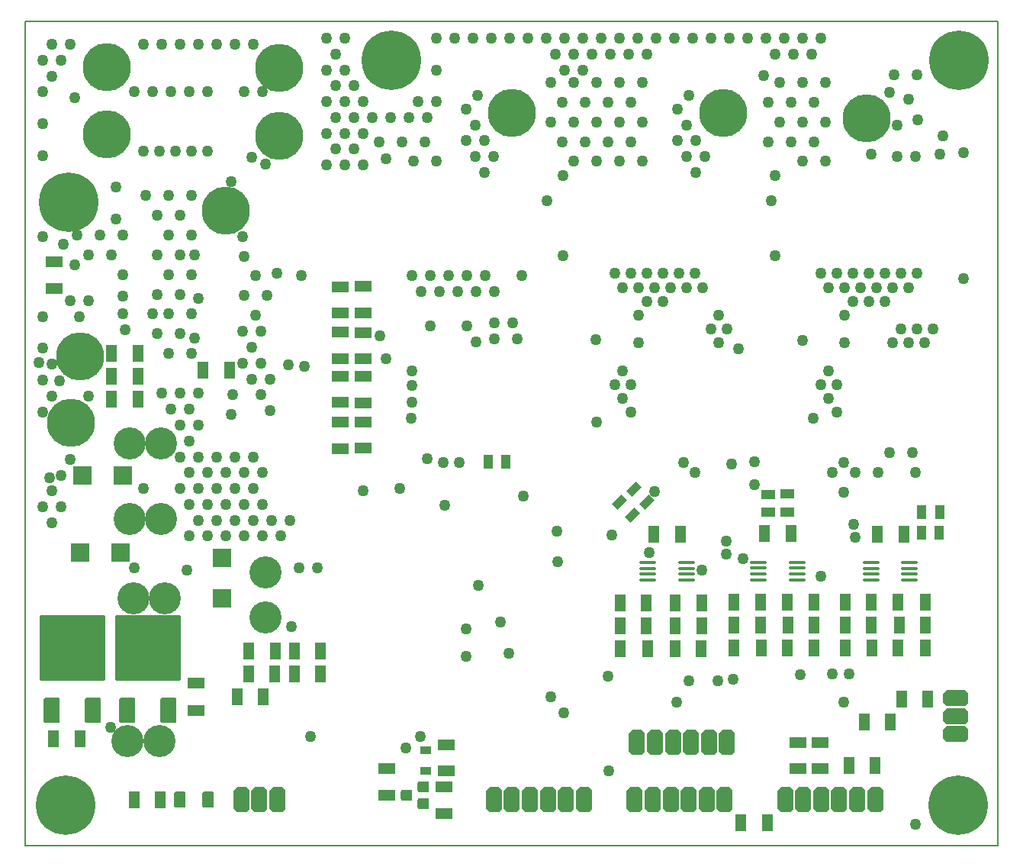
<source format=gbr>
G04 PROTEUS GERBER X2 FILE*
%TF.GenerationSoftware,Labcenter,Proteus,8.7-SP3-Build25561*%
%TF.CreationDate,2021-07-07T13:51:42+00:00*%
%TF.FileFunction,Soldermask,Bot*%
%TF.FilePolarity,Negative*%
%TF.Part,Single*%
%TF.SameCoordinates,{3a127f8b-3eab-4655-98d0-693b740bd20c}*%
%FSLAX45Y45*%
%MOMM*%
G01*
%TA.AperFunction,Material*%
%ADD54C,1.270000*%
%TA.AperFunction,Material*%
%ADD57C,5.334000*%
%AMPPAD072*
4,1,4,
-0.901700,0.571500,
-0.901700,-0.571500,
0.901700,-0.571500,
0.901700,0.571500,
-0.901700,0.571500,
0*%
%TA.AperFunction,Material*%
%ADD82PPAD072*%
%AMPPAD073*
4,1,36,
3.492500,3.619500,
-3.492500,3.619500,
-3.518470,3.616970,
-3.542480,3.609700,
-3.564080,3.598150,
-3.582790,3.582790,
-3.598150,3.564070,
-3.609700,3.542480,
-3.616970,3.518470,
-3.619500,3.492500,
-3.619500,-3.492500,
-3.616970,-3.518470,
-3.609700,-3.542480,
-3.598150,-3.564070,
-3.582790,-3.582790,
-3.564080,-3.598150,
-3.542480,-3.609700,
-3.518470,-3.616970,
-3.492500,-3.619500,
3.492500,-3.619500,
3.518470,-3.616970,
3.542480,-3.609700,
3.564080,-3.598150,
3.582790,-3.582790,
3.598150,-3.564070,
3.609700,-3.542480,
3.616970,-3.518470,
3.619500,-3.492500,
3.619500,3.492500,
3.616970,3.518470,
3.609700,3.542480,
3.598150,3.564070,
3.582790,3.582790,
3.564080,3.598150,
3.542480,3.609700,
3.518470,3.616970,
3.492500,3.619500,
0*%
%TA.AperFunction,Material*%
%ADD83PPAD073*%
%AMPPAD074*
4,1,36,
0.762000,1.397000,
-0.762000,1.397000,
-0.787970,1.394470,
-0.811980,1.387200,
-0.833580,1.375650,
-0.852290,1.360290,
-0.867650,1.341570,
-0.879200,1.319980,
-0.886470,1.295970,
-0.889000,1.270000,
-0.889000,-1.270000,
-0.886470,-1.295970,
-0.879200,-1.319980,
-0.867650,-1.341570,
-0.852290,-1.360290,
-0.833580,-1.375650,
-0.811980,-1.387200,
-0.787970,-1.394470,
-0.762000,-1.397000,
0.762000,-1.397000,
0.787970,-1.394470,
0.811980,-1.387200,
0.833580,-1.375650,
0.852290,-1.360290,
0.867650,-1.341570,
0.879200,-1.319980,
0.886470,-1.295970,
0.889000,-1.270000,
0.889000,1.270000,
0.886470,1.295970,
0.879200,1.319980,
0.867650,1.341570,
0.852290,1.360290,
0.833580,1.375650,
0.811980,1.387200,
0.787970,1.394470,
0.762000,1.397000,
0*%
%ADD84PPAD074*%
%AMPPAD075*
4,1,4,
0.571500,0.901700,
-0.571500,0.901700,
-0.571500,-0.901700,
0.571500,-0.901700,
0.571500,0.901700,
0*%
%TA.AperFunction,Material*%
%ADD85PPAD075*%
%TA.AperFunction,Material*%
%ADD67C,6.604000*%
%AMPPAD076*
4,1,36,
0.901700,-0.025400,
0.901700,0.025400,
0.898160,0.061750,
0.887980,0.095370,
0.871810,0.125600,
0.850300,0.151800,
0.824110,0.173310,
0.793870,0.189480,
0.760250,0.199660,
0.723900,0.203200,
-0.723900,0.203200,
-0.760250,0.199660,
-0.793870,0.189480,
-0.824110,0.173310,
-0.850300,0.151800,
-0.871810,0.125600,
-0.887980,0.095370,
-0.898160,0.061750,
-0.901700,0.025400,
-0.901700,-0.025400,
-0.898160,-0.061750,
-0.887980,-0.095370,
-0.871810,-0.125600,
-0.850300,-0.151800,
-0.824110,-0.173310,
-0.793870,-0.189480,
-0.760250,-0.199660,
-0.723900,-0.203200,
0.723900,-0.203200,
0.760250,-0.199660,
0.793870,-0.189480,
0.824110,-0.173310,
0.850300,-0.151800,
0.871810,-0.125600,
0.887980,-0.095370,
0.898160,-0.061750,
0.901700,-0.025400,
0*%
%TA.AperFunction,Material*%
%ADD86PPAD076*%
%AMPPAD077*
4,1,36,
-0.508000,-0.889000,
0.508000,-0.889000,
0.533970,-0.886470,
0.557980,-0.879200,
0.579580,-0.867650,
0.598290,-0.852290,
0.613650,-0.833570,
0.625200,-0.811980,
0.632470,-0.787970,
0.635000,-0.762000,
0.635000,0.762000,
0.632470,0.787970,
0.625200,0.811980,
0.613650,0.833570,
0.598290,0.852290,
0.579580,0.867650,
0.557980,0.879200,
0.533970,0.886470,
0.508000,0.889000,
-0.508000,0.889000,
-0.533970,0.886470,
-0.557980,0.879200,
-0.579580,0.867650,
-0.598290,0.852290,
-0.613650,0.833570,
-0.625200,0.811980,
-0.632470,0.787970,
-0.635000,0.762000,
-0.635000,-0.762000,
-0.632470,-0.787970,
-0.625200,-0.811980,
-0.613650,-0.833570,
-0.598290,-0.852290,
-0.579580,-0.867650,
-0.557980,-0.879200,
-0.533970,-0.886470,
-0.508000,-0.889000,
0*%
%TA.AperFunction,Material*%
%ADD87PPAD077*%
%AMPPAD067*
4,1,8,
-1.397000,-0.509800,
-1.397000,0.509800,
-1.017800,0.889000,
1.017800,0.889000,
1.397000,0.509800,
1.397000,-0.509800,
1.017800,-0.889000,
-1.017800,-0.889000,
-1.397000,-0.509800,
0*%
%TA.AperFunction,Material*%
%ADD77PPAD067*%
%AMPPAD068*
4,1,8,
-0.509800,1.397000,
0.509800,1.397000,
0.889000,1.017800,
0.889000,-1.017800,
0.509800,-1.397000,
-0.509800,-1.397000,
-0.889000,-1.017800,
-0.889000,1.017800,
-0.509800,1.397000,
0*%
%TA.AperFunction,Material*%
%ADD78PPAD068*%
%TA.AperFunction,Material*%
%ADD79C,3.556000*%
%AMPPAD078*
4,1,4,
-0.469900,-0.723900,
0.469900,-0.723900,
0.469900,0.723900,
-0.469900,0.723900,
-0.469900,-0.723900,
0*%
%ADD88PPAD078*%
%AMPPAD079*
4,1,36,
0.635000,-0.444500,
0.635000,0.444500,
0.632470,0.470470,
0.625200,0.494480,
0.613650,0.516080,
0.598290,0.534790,
0.579570,0.550150,
0.557980,0.561700,
0.533970,0.568970,
0.508000,0.571500,
-0.508000,0.571500,
-0.533970,0.568970,
-0.557980,0.561700,
-0.579570,0.550150,
-0.598290,0.534790,
-0.613650,0.516080,
-0.625200,0.494480,
-0.632470,0.470470,
-0.635000,0.444500,
-0.635000,-0.444500,
-0.632470,-0.470470,
-0.625200,-0.494480,
-0.613650,-0.516080,
-0.598290,-0.534790,
-0.579570,-0.550150,
-0.557980,-0.561700,
-0.533970,-0.568970,
-0.508000,-0.571500,
0.508000,-0.571500,
0.533970,-0.568970,
0.557980,-0.561700,
0.579570,-0.550150,
0.598290,-0.534790,
0.613650,-0.516080,
0.625200,-0.494480,
0.632470,-0.470470,
0.635000,-0.444500,
0*%
%TA.AperFunction,Material*%
%ADD89PPAD079*%
%AMPPAD080*
4,1,4,
-1.054100,1.054100,
-1.054100,-1.054100,
1.054100,-1.054100,
1.054100,1.054100,
-1.054100,1.054100,
0*%
%TA.AperFunction,Material*%
%ADD90PPAD080*%
%AMPPAD081*
4,1,36,
-0.571500,0.317500,
-0.571500,-0.317500,
-0.568970,-0.343470,
-0.561700,-0.367480,
-0.550150,-0.389080,
-0.534790,-0.407790,
-0.516070,-0.423150,
-0.494480,-0.434700,
-0.470470,-0.441970,
-0.444500,-0.444500,
0.444500,-0.444500,
0.470470,-0.441970,
0.494480,-0.434700,
0.516070,-0.423150,
0.534790,-0.407790,
0.550150,-0.389080,
0.561700,-0.367480,
0.568970,-0.343470,
0.571500,-0.317500,
0.571500,0.317500,
0.568970,0.343470,
0.561700,0.367480,
0.550150,0.389080,
0.534790,0.407790,
0.516070,0.423150,
0.494480,0.434700,
0.470470,0.441970,
0.444500,0.444500,
-0.444500,0.444500,
-0.470470,0.441970,
-0.494480,0.434700,
-0.516070,0.423150,
-0.534790,0.407790,
-0.550150,0.389080,
-0.561700,0.367480,
-0.568970,0.343470,
-0.571500,0.317500,
0*%
%ADD91PPAD081*%
%AMPPAD082*
4,1,4,
0.844140,0.179610,
0.179610,0.844140,
-0.844140,-0.179610,
-0.179610,-0.844140,
0.844140,0.179610,
0*%
%ADD92PPAD082*%
%AMPPAD083*
4,1,4,
0.723900,-0.469900,
0.723900,0.469900,
-0.723900,0.469900,
-0.723900,-0.469900,
0.723900,-0.469900,
0*%
%ADD93PPAD083*%
%TA.AperFunction,Profile*%
%ADD38C,0.203200*%
%TD.AperFunction*%
D54*
X+3225800Y+1174750D03*
X+3479800Y+1174750D03*
X+5257800Y+1174750D03*
X+5511800Y+1174750D03*
X+5765800Y+1174750D03*
X+7543800Y+1174750D03*
X+7797800Y+1174750D03*
X+3098800Y+1394720D03*
X+3352800Y+1394720D03*
X+4876800Y+1394720D03*
X+5130800Y+1394720D03*
X+5384800Y+1394720D03*
X+5638800Y+1394720D03*
X+7162800Y+1394720D03*
X+7416800Y+1394720D03*
X+7670800Y+1394720D03*
X+4749800Y+1614690D03*
X+5003800Y+1614690D03*
X+5257800Y+1614690D03*
X+5511800Y+1614690D03*
X+5765800Y+1614690D03*
X+7289800Y+1614690D03*
X+7543800Y+1614690D03*
X+7797800Y+1614690D03*
X+4876800Y+1834660D03*
X+5130800Y+1834660D03*
X+5384800Y+1834660D03*
X+5638800Y+1834660D03*
X+7162800Y+1834660D03*
X+7416800Y+1834660D03*
X+7670800Y+1834660D03*
X+4749800Y+2054630D03*
X+5003800Y+2054630D03*
X+5257800Y+2054630D03*
X+5511800Y+2054630D03*
X+5765800Y+2054630D03*
X+7289800Y+2054630D03*
X+7543800Y+2054630D03*
X+7797800Y+2054630D03*
X+3213100Y-1497654D03*
X+3213100Y-1308100D03*
X+3213100Y-1145702D03*
X+4127500Y-617774D03*
X+4330700Y-617774D03*
X+3314700Y-265822D03*
X+3517900Y-265822D03*
X+3721100Y-265822D03*
X+3924300Y-265822D03*
X+4127500Y-265822D03*
X+3213100Y-89846D03*
X+3416300Y-89846D03*
X+3619500Y-89846D03*
X+3822700Y-89846D03*
X+4025900Y-89846D03*
X+4432300Y-89846D03*
X+4013200Y+1052310D03*
X+3911600Y+1228286D03*
X+4114800Y+1228286D03*
X+3810000Y+1404262D03*
X+4013200Y+1404262D03*
X+3911600Y+1580238D03*
X+3810000Y+1756214D03*
X+3937000Y+1905000D03*
X+8597900Y+1228286D03*
X+8801100Y+1228286D03*
X+8597900Y+1580238D03*
X+8724900Y+1866900D03*
X+6363969Y+1052310D03*
X+6262369Y+1228286D03*
X+6465569Y+1228286D03*
X+6160769Y+1404262D03*
X+6363969Y+1404262D03*
X+6262369Y+1580238D03*
X+6160769Y+1756214D03*
X+6286500Y+1905000D03*
X+7747000Y-3429000D03*
X+6428649Y-3363510D03*
X+3200400Y-1676400D03*
X+4127500Y-793750D03*
X+4381500Y-793750D03*
X+5003800Y+1174750D03*
X-134100Y-5105400D03*
X+1870921Y-3983646D03*
X+1472186Y-535190D03*
X+1345186Y-315220D03*
X+1599186Y-315220D03*
X+1472186Y-95250D03*
X+1345186Y+124720D03*
X+1714500Y-63500D03*
X+1206500Y+952500D03*
X+1587500Y+1143000D03*
X+2844800Y+1394720D03*
X+8305800Y+1257545D03*
X+9067800Y+1257545D03*
X+8509000Y+1943100D03*
X+8559800Y+2137425D03*
X+8813800Y+2137425D03*
X+2921000Y+1206500D03*
X+4191000Y-3937000D03*
X+7519052Y-4519896D03*
X+7874000Y-4508500D03*
X+3811743Y-4009908D03*
X+3810000Y-4318000D03*
X+4445000Y-2540000D03*
X+6756400Y-2184400D03*
X+508000Y-958605D03*
X+762000Y-958605D03*
X+381000Y-738635D03*
X+635000Y-738635D03*
X+0Y-518665D03*
X+508000Y-518665D03*
X+762000Y-518665D03*
X+381000Y-298695D03*
X+635000Y-298695D03*
X+0Y-78725D03*
X+508000Y-78725D03*
X+762000Y-78725D03*
X-381000Y+141245D03*
X-127000Y+141245D03*
X+381000Y+141245D03*
X+635000Y+141245D03*
X-508000Y+361215D03*
X-254000Y+361215D03*
X+0Y+361215D03*
X+508000Y+361215D03*
X+762000Y+361215D03*
X+381000Y+581185D03*
X+635000Y+581185D03*
X+254000Y+801155D03*
X+508000Y+801155D03*
X+762000Y+801155D03*
X+5384021Y-4535575D03*
X+4283159Y-4283011D03*
X+4826045Y-3267760D03*
X+2667000Y-2476500D03*
X+7543800Y-812800D03*
X+8127850Y-2993866D03*
X+8118219Y-2853714D03*
X+5249412Y-804176D03*
X+6696244Y-3035770D03*
X+5257800Y-1714500D03*
X+5905500Y-2489200D03*
X+6698805Y-3180794D03*
X+7664736Y-1676863D03*
X+8001000Y-2498395D03*
X+6350000Y-2278425D03*
X+7874000Y-2278425D03*
X+8128000Y-2278425D03*
X+8382000Y-2278425D03*
X+8509000Y-2058455D03*
X+8763000Y-2058455D03*
X+1218186Y-1415070D03*
X+1980186Y-95250D03*
X+3924300Y-823914D03*
X+3416300Y-647938D03*
X+3822700Y-647938D03*
X+7924800Y-1608885D03*
X+7835900Y-1454906D03*
X+7747000Y-1300927D03*
X+7924800Y-1300927D03*
X+7835900Y-1146948D03*
X+8013700Y-838990D03*
X+8547100Y-838990D03*
X+8724900Y-838990D03*
X+8902700Y-838990D03*
X+8636000Y-685011D03*
X+8813800Y-685011D03*
X+8991600Y-685011D03*
X+8013700Y-531032D03*
X+8102600Y-377053D03*
X+8280400Y-377053D03*
X+8458200Y-377053D03*
X+7835900Y-223074D03*
X+8013700Y-223074D03*
X+8191500Y-223074D03*
X+8369300Y-223074D03*
X+8547100Y-223074D03*
X+8724900Y-223074D03*
X+7747000Y-69095D03*
X+7924800Y-69095D03*
X+8102600Y-69095D03*
X+8280400Y-69095D03*
X+8458200Y-69095D03*
X+8636000Y-69095D03*
X+8813800Y-69095D03*
X+5638800Y-1608885D03*
X+5549900Y-1454906D03*
X+5461000Y-1300927D03*
X+5638800Y-1300927D03*
X+5549900Y-1146948D03*
X+5727700Y-838990D03*
X+6616700Y-838990D03*
X+6527800Y-685011D03*
X+6705600Y-685011D03*
X+5727700Y-531032D03*
X+6616700Y-531032D03*
X+5816600Y-377053D03*
X+5994400Y-377053D03*
X+5549900Y-223074D03*
X+5727700Y-223074D03*
X+5905500Y-223074D03*
X+6083300Y-223074D03*
X+6261100Y-223074D03*
X+6438900Y-223074D03*
X+5461000Y-69095D03*
X+5638800Y-69095D03*
X+5816600Y-69095D03*
X+5994400Y-69095D03*
X+6172200Y-69095D03*
X+6350000Y-69095D03*
X+7010400Y-2413000D03*
X+3556000Y-2168441D03*
X+3733800Y-2168441D03*
X+6223000Y-2168441D03*
X+8001000Y-2168441D03*
X+800100Y-782630D03*
X+0Y-320693D03*
X+800100Y+141244D03*
X+4711700Y+738213D03*
X+7200900Y+738213D03*
X+7112000Y+2124024D03*
X+8826500Y+1638300D03*
X+9105900Y+1460500D03*
X+2014205Y-1094840D03*
X+1841500Y-1079500D03*
X+8802625Y-6177544D03*
X+8064500Y-4508500D03*
X+8001000Y-4826000D03*
X+6286500Y-4584700D03*
X+6604000Y-4584700D03*
X+6153231Y-4826944D03*
X+6778656Y-4571579D03*
X+2082800Y-5207000D03*
X+127000Y-3334134D03*
X+1955800Y-3334134D03*
X+2159000Y-3334134D03*
X+736600Y-2982182D03*
X+939800Y-2982182D03*
X+1143000Y-2982182D03*
X+1346200Y-2982182D03*
X+1549400Y-2982182D03*
X+1752600Y-2982182D03*
X+838200Y-2806206D03*
X+1041400Y-2806206D03*
X+1244600Y-2806206D03*
X+1447800Y-2806206D03*
X+1651000Y-2806206D03*
X+1854200Y-2806206D03*
X+736600Y-2630230D03*
X+939800Y-2630230D03*
X+1143000Y-2630230D03*
X+1346200Y-2630230D03*
X+1549400Y-2630230D03*
X+228600Y-2454254D03*
X+635000Y-2454254D03*
X+838200Y-2454254D03*
X+1041400Y-2454254D03*
X+1244600Y-2454254D03*
X+1447800Y-2454254D03*
X+3073400Y-2454254D03*
X+736600Y-2278278D03*
X+939800Y-2278278D03*
X+1143000Y-2278278D03*
X+1346200Y-2278278D03*
X+1549400Y-2278278D03*
X+635000Y-2102302D03*
X+838200Y-2102302D03*
X+1041400Y-2102302D03*
X+1244600Y-2102302D03*
X+1447800Y-2102302D03*
X+7010400Y-2159000D03*
X+736600Y-1926326D03*
X+635000Y-1750350D03*
X+838200Y-1750350D03*
X+533400Y-1574374D03*
X+736600Y-1574374D03*
X+431800Y-1398398D03*
X+635000Y-1398398D03*
X+838200Y-1398398D03*
X+25400Y-694494D03*
X+330200Y-518518D03*
X+838200Y-342542D03*
X-660400Y+254000D03*
X-76200Y+537338D03*
X-76200Y+889290D03*
X-889000Y+1241242D03*
X-889000Y+1593194D03*
X-889000Y+1945146D03*
X+127000Y+1945146D03*
X+330200Y+1945146D03*
X+533400Y+1945146D03*
X+736600Y+1945146D03*
X+939800Y+1945146D03*
X+1346200Y+1945146D03*
X+1549400Y+1945146D03*
X-787400Y+2121122D03*
X-889000Y+2297098D03*
X-685800Y+2297098D03*
X-787400Y+2473074D03*
X-584200Y+2473074D03*
X+228600Y+2473074D03*
X+431800Y+2473074D03*
X+635000Y+2473074D03*
X+838200Y+2473074D03*
X+1041400Y+2473074D03*
X+1244600Y+2473074D03*
X+1447800Y+2473074D03*
X+2260600Y+1134306D03*
X+2463800Y+1134306D03*
X+2667000Y+1134306D03*
X+2362200Y+1310282D03*
X+2565400Y+1310282D03*
X+2260600Y+1486258D03*
X+2463800Y+1486258D03*
X+2667000Y+1486258D03*
X+2362200Y+1662234D03*
X+2565400Y+1662234D03*
X+2768600Y+1662234D03*
X+2971800Y+1662234D03*
X+3175000Y+1662234D03*
X+3378200Y+1662234D03*
X+2260600Y+1838210D03*
X+2463800Y+1838210D03*
X+2667000Y+1838210D03*
X+3276600Y+1838210D03*
X+3479800Y+1838210D03*
X+2362200Y+2014186D03*
X+2565400Y+2014186D03*
X+2260600Y+2190162D03*
X+2463800Y+2190162D03*
X+3479800Y+2190162D03*
X+4902200Y+2190162D03*
X+5105400Y+2190162D03*
X+2362200Y+2366138D03*
X+4800600Y+2366138D03*
X+5003800Y+2366138D03*
X+5207000Y+2366138D03*
X+5410200Y+2366138D03*
X+5613400Y+2366138D03*
X+5816600Y+2366138D03*
X+7239000Y+2366138D03*
X+7442200Y+2366138D03*
X+7645400Y+2366138D03*
X+2260600Y+2542114D03*
X+2463800Y+2542114D03*
X+3479800Y+2542114D03*
X+3683000Y+2542114D03*
X+3886200Y+2542114D03*
X+4089400Y+2542114D03*
X+4292600Y+2542114D03*
X+4495800Y+2542114D03*
X+4699000Y+2542114D03*
X+4902200Y+2542114D03*
X+5105400Y+2542114D03*
X+5308600Y+2542114D03*
X+5511800Y+2542114D03*
X+5715000Y+2542114D03*
X+5918200Y+2542114D03*
X+6121400Y+2542114D03*
X+6324600Y+2542114D03*
X+6527800Y+2542114D03*
X+6731000Y+2542114D03*
X+6934200Y+2542114D03*
X+7137400Y+2542114D03*
X+7340600Y+2542114D03*
X+7543800Y+2542114D03*
X+7747000Y+2542114D03*
X-787400Y-2834768D03*
X-889000Y-2658792D03*
X-685800Y-2658792D03*
X-787400Y-2482816D03*
X-698500Y-1257300D03*
X-685800Y-2306840D03*
X-812800Y-2336800D03*
X-584200Y-2130864D03*
X-927100Y-1054100D03*
X-889000Y-1602936D03*
X-787400Y-1426960D03*
X-381000Y-1426960D03*
X-889000Y-1250984D03*
X-787400Y-1075008D03*
X-889000Y-899032D03*
X-889000Y-547080D03*
X-482600Y-547080D03*
X-584200Y-371104D03*
X-381000Y-371104D03*
X+1638300Y-1591046D03*
X+1536700Y-1415070D03*
X+1435100Y-1239094D03*
X+1638300Y-1239094D03*
X+1333500Y-1063118D03*
X+1536700Y-1063118D03*
X+1435100Y-887142D03*
X+1333500Y-711166D03*
X+1536700Y-711166D03*
X+1333500Y+344690D03*
X+1435100Y+1224570D03*
X+3145817Y-5333103D03*
X+4895850Y-4946650D03*
X+3944752Y-3532550D03*
X+5431385Y-2971800D03*
X+2857500Y-762000D03*
X+2921000Y-1016000D03*
X+3576345Y-2643122D03*
X+4818888Y-2925288D03*
X+5842000Y-3162300D03*
X+3302000Y-5207000D03*
X+4752309Y-4765009D03*
X+4889500Y+1016000D03*
X+4889500Y+127000D03*
X+9334500Y+1270000D03*
X+9334500Y-127000D03*
X+7239000Y+127000D03*
X+7239000Y+1016000D03*
X+1206500Y-1635040D03*
X+228600Y+1290561D03*
X+406400Y+1290561D03*
X+584200Y+1290561D03*
X+762000Y+1290561D03*
X+939800Y+1290561D03*
X+711200Y-3356131D03*
X+8801100Y-2278278D03*
X+3378200Y-2124299D03*
X-533400Y+31407D03*
X-889000Y+339365D03*
X-533400Y+1879155D03*
X+5397500Y-5588000D03*
X+6883138Y-3230089D03*
X+6832600Y-901700D03*
D57*
X+4318000Y+1714500D03*
X+6667500Y+1714500D03*
X+8255000Y+1651000D03*
D82*
X+2413000Y-716000D03*
X+2413000Y-1016000D03*
X+2413000Y-218000D03*
X+2413000Y-508000D03*
X+2667000Y-208000D03*
X+2667000Y-508000D03*
X+2667000Y-726000D03*
X+2667000Y-1016000D03*
D83*
X-553200Y-4224020D03*
D84*
X-324600Y-4914900D03*
X-781800Y-4914900D03*
D83*
X+285000Y-4224020D03*
D84*
X+513600Y-4914900D03*
X+56400Y-4914900D03*
D85*
X+173000Y-1460500D03*
X-127000Y-1460500D03*
X+173000Y-952500D03*
X-127000Y-952500D03*
X+173000Y-1206500D03*
X-127000Y-1206500D03*
X+889000Y-1143000D03*
X+1189000Y-1143000D03*
D67*
X-602309Y+718491D03*
D57*
X-571500Y-1727200D03*
D85*
X-469100Y-5232400D03*
X-769100Y-5232400D03*
D82*
X+818400Y-4914900D03*
X+818400Y-4614900D03*
X+2667000Y-1206500D03*
X+2667000Y-1506500D03*
X+2413000Y-1714500D03*
X+2413000Y-2014500D03*
X+2667000Y-1714500D03*
X+2667000Y-2004500D03*
X+2413000Y-1206500D03*
X+2413000Y-1496500D03*
D86*
X+6259000Y-3273402D03*
X+6259000Y-3338402D03*
X+6259000Y-3403402D03*
X+6259000Y-3468402D03*
X+5829000Y-3468402D03*
X+5829000Y-3403402D03*
X+5829000Y-3338402D03*
X+5829000Y-3273402D03*
X+7486107Y-3273033D03*
X+7486107Y-3338033D03*
X+7486107Y-3403033D03*
X+7486107Y-3468033D03*
X+7056107Y-3468033D03*
X+7056107Y-3403033D03*
X+7056107Y-3338033D03*
X+7056107Y-3273033D03*
X+8735869Y-3274533D03*
X+8735869Y-3339533D03*
X+8735869Y-3404533D03*
X+8735869Y-3469533D03*
X+8305869Y-3469533D03*
X+8305869Y-3404533D03*
X+8305869Y-3339533D03*
X+8305869Y-3274533D03*
D85*
X+6195500Y-2957402D03*
X+5895500Y-2957402D03*
X+7422607Y-2957033D03*
X+7122607Y-2957033D03*
X+8672369Y-2958533D03*
X+8372369Y-2958533D03*
X+6432000Y-3719402D03*
X+6132000Y-3719402D03*
X+7676607Y-3719033D03*
X+7376607Y-3719033D03*
X+8908869Y-3719033D03*
X+8608869Y-3719033D03*
X+6432000Y-3973402D03*
X+6132000Y-3973402D03*
X+5824500Y-4227402D03*
X+5524500Y-4227402D03*
X+5524500Y-3719402D03*
X+5814500Y-3719402D03*
X+6422000Y-4227402D03*
X+6132000Y-4227402D03*
X+5814500Y-3973402D03*
X+5524500Y-3973402D03*
X+6787607Y-3719033D03*
X+7077607Y-3719033D03*
X+7676607Y-3973033D03*
X+7386607Y-3973033D03*
X+7077607Y-3973033D03*
X+6787607Y-3973033D03*
X+8019869Y-3719033D03*
X+8309869Y-3719033D03*
X+8908869Y-3973033D03*
X+8618869Y-3973033D03*
X+8309869Y-3973033D03*
X+8019869Y-3973033D03*
X+7087607Y-4227033D03*
X+6787607Y-4227033D03*
X+7676607Y-4227033D03*
X+7376607Y-4227033D03*
X+8319869Y-4227033D03*
X+8019869Y-4227033D03*
X+8908869Y-4227033D03*
X+8608869Y-4227033D03*
X+7158000Y-6159500D03*
X+6858000Y-6159500D03*
X+1697000Y-4254500D03*
X+1397000Y-4254500D03*
D82*
X-762000Y+63500D03*
X-762000Y-236500D03*
D87*
X+635000Y-5905500D03*
X+949960Y-5905500D03*
D77*
X+9245600Y-5181500D03*
X+9245600Y-4981500D03*
X+9245600Y-4781500D03*
D85*
X+8064500Y-5524500D03*
X+8354500Y-5524500D03*
D82*
X+7493000Y-5270500D03*
X+7493000Y-5560500D03*
X+7737500Y-5560500D03*
X+7737500Y-5270500D03*
D85*
X+8643416Y-4793216D03*
X+8933416Y-4793216D03*
X+419100Y-5905500D03*
X+129100Y-5905500D03*
X+1905000Y-4508500D03*
X+2195000Y-4508500D03*
X+1905000Y-4254500D03*
X+2195000Y-4254500D03*
X+1397000Y-4508500D03*
X+1687000Y-4508500D03*
X+1560000Y-4762500D03*
X+1270000Y-4762500D03*
D78*
X+8356500Y-5905500D03*
X+8156500Y-5905500D03*
X+7956500Y-5905500D03*
X+7756500Y-5905500D03*
X+7556500Y-5905500D03*
X+7356500Y-5905500D03*
D57*
X-469900Y-990600D03*
X+1146547Y+625845D03*
X-177800Y+1473200D03*
X-177800Y+2223200D03*
X+1739900Y+1460500D03*
X+1739900Y+2210500D03*
D67*
X+9283700Y+2298700D03*
X+2984500Y+2298700D03*
X+9271000Y-5969000D03*
X-635000Y-5969000D03*
D78*
X+4124500Y-5905500D03*
X+4324500Y-5905500D03*
X+4524500Y-5905500D03*
X+4724500Y-5905500D03*
X+4924500Y-5905500D03*
X+5124500Y-5905500D03*
X+5686500Y-5905500D03*
X+5886500Y-5905500D03*
X+6086500Y-5905500D03*
X+6286500Y-5905500D03*
X+6486500Y-5905500D03*
X+6686500Y-5905500D03*
X+5712000Y-5270500D03*
X+5912000Y-5270500D03*
X+6112000Y-5270500D03*
X+6312000Y-5270500D03*
X+6512000Y-5270500D03*
X+6712000Y-5270500D03*
X+1722731Y-5905500D03*
X+1522731Y-5905500D03*
X+1322731Y-5905500D03*
D79*
X+1587500Y-3886200D03*
X+1587500Y-3386200D03*
D88*
X+4054500Y-2159000D03*
X+4254500Y-2159000D03*
D82*
X+3589358Y-5587074D03*
X+3589358Y-5297074D03*
X+3568700Y-5767900D03*
X+3568700Y-6057900D03*
X+2933700Y-5854700D03*
X+2933700Y-5564700D03*
D89*
X+3149600Y-5859780D03*
X+3340100Y-5765800D03*
X+3340100Y-5953760D03*
D90*
X-19900Y-3162300D03*
X-469900Y-3162300D03*
X+5500Y-2311400D03*
X-444500Y-2311400D03*
X+1104900Y-3225800D03*
X+1104900Y-3675800D03*
D85*
X+8521700Y-5041900D03*
X+8231700Y-5041900D03*
D79*
X+76200Y-1955800D03*
X+426200Y-1955800D03*
X+76200Y-2794000D03*
X+426200Y-2794000D03*
D91*
X+3365500Y-5588897D03*
X+3365500Y-5353947D03*
D79*
X+56400Y-5257800D03*
X+406400Y-5257800D03*
X+119900Y-3670300D03*
X+469900Y-3670300D03*
D92*
X+5660311Y-2750411D03*
X+5518890Y-2608990D03*
X+5816600Y-2603500D03*
X+5675178Y-2462078D03*
D93*
X+7162800Y-2717800D03*
X+7162800Y-2517800D03*
X+7378700Y-2714600D03*
X+7378700Y-2514600D03*
D88*
X+8867800Y-2717800D03*
X+9067800Y-2717800D03*
X+8864600Y-2946400D03*
X+9064600Y-2946400D03*
D38*
X-1079500Y-6413500D02*
X+9715500Y-6413500D01*
X+9715500Y+2730500D01*
X-1079500Y+2730500D01*
X-1079500Y-6413500D01*
M02*

</source>
